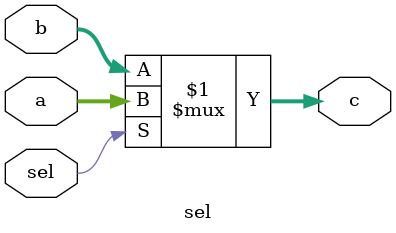
<source format=v>
module sel(a, b, sel, c);
		input [23:0] a, b;
		input sel;
		output [23:0] c;

		assign c = (sel)? a:b;

endmodule

</source>
